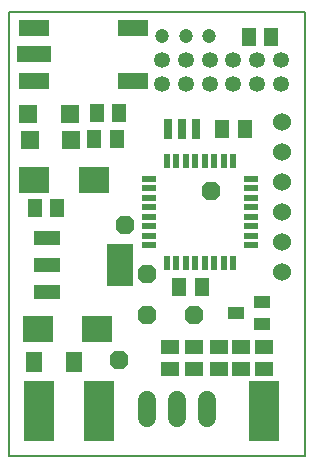
<source format=gts>
G75*
%MOIN*%
%OFA0B0*%
%FSLAX24Y24*%
%IPPOS*%
%LPD*%
%AMOC8*
5,1,8,0,0,1.08239X$1,22.5*
%
%ADD10C,0.0080*%
%ADD11R,0.0512X0.0591*%
%ADD12R,0.0276X0.0669*%
%ADD13R,0.0220X0.0500*%
%ADD14R,0.0500X0.0220*%
%ADD15C,0.0600*%
%ADD16R,0.0551X0.0709*%
%ADD17R,0.0984X0.0551*%
%ADD18R,0.1181X0.0551*%
%ADD19R,0.0591X0.0591*%
%ADD20R,0.0591X0.0512*%
%ADD21R,0.1024X0.0866*%
%ADD22R,0.0551X0.0394*%
%ADD23R,0.1000X0.2000*%
%ADD24R,0.0880X0.0480*%
%ADD25R,0.0866X0.1417*%
%ADD26C,0.0472*%
%ADD27OC8,0.0630*%
%ADD28C,0.0531*%
%ADD29C,0.0600*%
D10*
X003400Y002938D02*
X013264Y002938D01*
X013264Y017732D01*
X003400Y017732D01*
X003400Y002938D01*
D11*
X009088Y008563D03*
X009837Y008563D03*
X005024Y011188D03*
X004276Y011188D03*
X006256Y013500D03*
X007004Y013500D03*
X007079Y014356D03*
X006331Y014356D03*
X010526Y013813D03*
X011274Y013813D03*
X011403Y016893D03*
X012151Y016893D03*
D12*
X009647Y013813D03*
X009175Y013813D03*
X008703Y013813D03*
D13*
X008673Y012753D03*
X008988Y012753D03*
X009303Y012753D03*
X009618Y012753D03*
X009932Y012753D03*
X010247Y012753D03*
X010562Y012753D03*
X010877Y012753D03*
X010877Y009373D03*
X010562Y009373D03*
X010247Y009373D03*
X009932Y009373D03*
X009618Y009373D03*
X009303Y009373D03*
X008988Y009373D03*
X008673Y009373D03*
D14*
X008085Y009960D03*
X008085Y010275D03*
X008085Y010590D03*
X008085Y010905D03*
X008085Y011220D03*
X008085Y011535D03*
X008085Y011850D03*
X008085Y012165D03*
X011465Y012165D03*
X011465Y011850D03*
X011465Y011535D03*
X011465Y011220D03*
X011465Y010905D03*
X011465Y010590D03*
X011465Y010275D03*
X011465Y009960D03*
D15*
X012525Y010063D03*
X012525Y011063D03*
X012525Y012063D03*
X012525Y013063D03*
X012525Y014063D03*
X012525Y009063D03*
D16*
X005581Y006050D03*
X004243Y006050D03*
D17*
X004246Y015427D03*
X004246Y017198D03*
X007554Y017198D03*
X007554Y015427D03*
D18*
X004246Y016313D03*
D19*
X004059Y014331D03*
X004097Y013475D03*
X005437Y014331D03*
X005475Y013475D03*
D20*
X008775Y006562D03*
X009588Y006562D03*
X010400Y006562D03*
X011150Y006562D03*
X011900Y006562D03*
X011900Y005813D03*
X011150Y005813D03*
X010400Y005813D03*
X009588Y005813D03*
X008775Y005813D03*
D21*
X006353Y007162D03*
X004384Y007162D03*
X004260Y012138D03*
X006229Y012138D03*
D22*
X011833Y008062D03*
X010967Y007688D03*
X011833Y007313D03*
D23*
X011900Y004438D03*
X006400Y004438D03*
X004400Y004438D03*
D24*
X004680Y008384D03*
X004680Y009294D03*
X004680Y010204D03*
D25*
X007120Y009294D03*
D26*
X008517Y016919D03*
X009304Y016919D03*
X010091Y016919D03*
D27*
X010150Y011750D03*
X007275Y010625D03*
X008025Y009000D03*
X008025Y007625D03*
X009588Y007625D03*
X007088Y006125D03*
D28*
X008525Y015338D03*
X009312Y015338D03*
X010100Y015338D03*
X010887Y015338D03*
X011675Y015338D03*
X012462Y015338D03*
X012462Y016125D03*
X011675Y016125D03*
X010887Y016125D03*
X010100Y016125D03*
X009312Y016125D03*
X008525Y016125D03*
D29*
X008025Y004800D02*
X008025Y004200D01*
X009025Y004200D02*
X009025Y004800D01*
X010025Y004800D02*
X010025Y004200D01*
M02*

</source>
